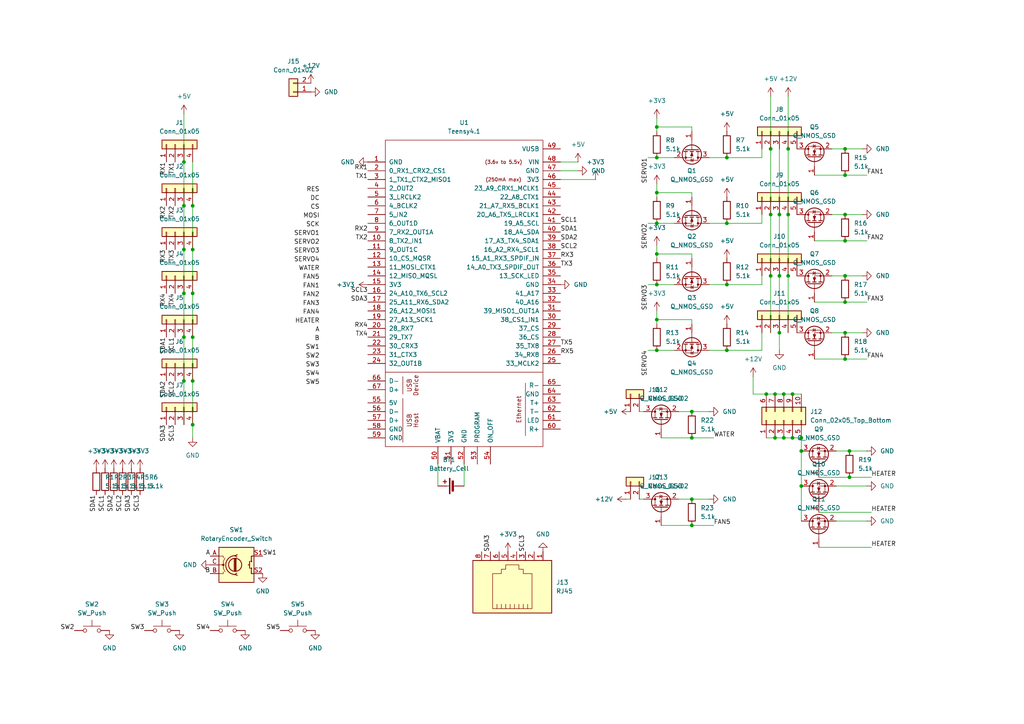
<source format=kicad_sch>
(kicad_sch (version 20231120) (generator "eeschema") (generator_version "8.0")
  (paper "A4")
  (junction (at 200.66 152.4))
  (junction (at 53.34 46.99))
  (junction (at 245.11 69.85))
  (junction (at 224.79 234.95))
  (junction (at 190.5 101.6))
  (junction (at 53.34 97.79))
  (junction (at 245.11 80.01))
  (junction (at 167.64 234.95))
  (junction (at 245.11 50.8))
  (junction (at 55.88 123.19))
  (junction (at 245.11 87.63))
  (junction (at 229.87 114.3))
  (junction (at 227.33 127))
  (junction (at 229.87 127))
  (junction (at 245.11 43.18))
  (junction (at 228.6 43.18))
  (junction (at 53.34 85.09))
  (junction (at 190.5 36.83))
  (junction (at 190.5 245.11))
  (junction (at 226.06 62.23))
  (junction (at 228.6 62.23))
  (junction (at 246.38 130.81))
  (junction (at 210.82 101.6))
  (junction (at 53.34 72.39))
  (junction (at 245.11 62.23))
  (junction (at 190.5 92.71))
  (junction (at 210.82 64.77))
  (junction (at 223.52 80.01))
  (junction (at 232.41 130.81))
  (junction (at 227.33 114.3))
  (junction (at 246.38 138.43))
  (junction (at 223.52 43.18))
  (junction (at 232.41 140.97))
  (junction (at 232.41 127))
  (junction (at 245.11 96.52))
  (junction (at 245.11 104.14))
  (junction (at 55.88 85.09))
  (junction (at 210.82 82.55))
  (junction (at 190.5 55.88))
  (junction (at 210.82 45.72))
  (junction (at 200.66 144.78))
  (junction (at 190.5 45.72))
  (junction (at 55.88 110.49))
  (junction (at 190.5 82.55))
  (junction (at 55.88 59.69))
  (junction (at 209.55 234.95))
  (junction (at 200.66 119.38))
  (junction (at 223.52 62.23))
  (junction (at 55.88 97.79))
  (junction (at 53.34 59.69))
  (junction (at 53.34 110.49))
  (junction (at 190.5 64.77))
  (junction (at 200.66 127))
  (junction (at 226.06 96.52))
  (junction (at 224.79 114.3))
  (junction (at 190.5 73.66))
  (junction (at 228.6 80.01))
  (junction (at 222.25 114.3))
  (junction (at 224.79 127))
  (junction (at 226.06 80.01))
  (junction (at 55.88 72.39))
  (wire (pts (xy 200.66 92.71) (xy 190.5 92.71)))
  (wire (pts (xy 228.6 43.18) (xy 228.6 62.23)))
  (wire (pts (xy 200.66 93.98) (xy 200.66 92.71)))
  (wire (pts (xy 67.31 232.41) (xy 69.85 232.41)))
  (wire (pts (xy 190.5 73.66) (xy 190.5 71.12)))
  (wire (pts (xy 134.62 134.62) (xy 134.62 140.97)))
  (wire (pts (xy 55.88 59.69) (xy 55.88 72.39)))
  (wire (pts (xy 53.34 72.39) (xy 53.34 85.09)))
  (wire (pts (xy 241.3 80.01) (xy 245.11 80.01)))
  (wire (pts (xy 223.52 62.23) (xy 223.52 80.01)))
  (wire (pts (xy 127 134.62) (xy 127 140.97)))
  (wire (pts (xy 226.06 80.01) (xy 226.06 96.52)))
  (wire (pts (xy 53.34 85.09) (xy 53.34 97.79)))
  (wire (pts (xy 190.5 92.71) (xy 190.5 90.17)))
  (wire (pts (xy 210.82 101.6) (xy 220.98 101.6)))
  (wire (pts (xy 185.42 119.38) (xy 186.69 119.38)))
  (wire (pts (xy 228.6 27.94) (xy 228.6 43.18)))
  (wire (pts (xy 69.85 250.19) (xy 69.85 255.27)))
  (wire (pts (xy 232.41 127) (xy 229.87 127)))
  (wire (pts (xy 191.77 152.4) (xy 200.66 152.4)))
  (wire (pts (xy 246.38 138.43) (xy 252.73 138.43)))
  (wire (pts (xy 200.66 36.83) (xy 190.5 36.83)))
  (wire (pts (xy 242.57 151.13) (xy 251.46 151.13)))
  (wire (pts (xy 242.57 130.81) (xy 246.38 130.81)))
  (wire (pts (xy 205.74 64.77) (xy 210.82 64.77)))
  (wire (pts (xy 162.56 46.99) (xy 167.64 46.99)))
  (wire (pts (xy 53.34 110.49) (xy 53.34 123.19)))
  (wire (pts (xy 245.11 80.01) (xy 250.19 80.01)))
  (wire (pts (xy 229.87 114.3) (xy 227.33 114.3)))
  (wire (pts (xy 227.33 114.3) (xy 224.79 114.3)))
  (wire (pts (xy 200.66 119.38) (xy 205.74 119.38)))
  (wire (pts (xy 237.49 148.59) (xy 252.73 148.59)))
  (wire (pts (xy 53.34 97.79) (xy 53.34 110.49)))
  (wire (pts (xy 200.66 144.78) (xy 205.74 144.78)))
  (wire (pts (xy 236.22 50.8) (xy 245.11 50.8)))
  (wire (pts (xy 205.74 82.55) (xy 210.82 82.55)))
  (wire (pts (xy 236.22 69.85) (xy 245.11 69.85)))
  (wire (pts (xy 187.96 101.6) (xy 190.5 101.6)))
  (wire (pts (xy 55.88 97.79) (xy 55.88 110.49)))
  (wire (pts (xy 220.98 96.52) (xy 220.98 101.6)))
  (wire (pts (xy 241.3 96.52) (xy 245.11 96.52)))
  (wire (pts (xy 55.88 123.19) (xy 55.88 127)))
  (wire (pts (xy 226.06 43.18) (xy 226.06 62.23)))
  (wire (pts (xy 19.05 260.35) (xy 26.67 260.35)))
  (wire (pts (xy 24.13 232.41) (xy 26.67 232.41)))
  (wire (pts (xy 245.11 43.18) (xy 250.19 43.18)))
  (wire (pts (xy 241.3 62.23) (xy 245.11 62.23)))
  (wire (pts (xy 190.5 45.72) (xy 195.58 45.72)))
  (wire (pts (xy 224.79 127) (xy 222.25 127)))
  (wire (pts (xy 246.38 130.81) (xy 251.46 130.81)))
  (wire (pts (xy 200.66 240.03) (xy 201.93 240.03)))
  (wire (pts (xy 245.11 87.63) (xy 251.46 87.63)))
  (wire (pts (xy 53.34 46.99) (xy 53.34 59.69)))
  (wire (pts (xy 220.98 62.23) (xy 220.98 64.77)))
  (wire (pts (xy 200.66 57.15) (xy 200.66 55.88)))
  (wire (pts (xy 232.41 114.3) (xy 229.87 114.3)))
  (wire (pts (xy 67.31 245.11) (xy 80.01 245.11)))
  (wire (pts (xy 24.13 224.79) (xy 26.67 224.79)))
  (wire (pts (xy 190.5 92.71) (xy 190.5 93.98)))
  (wire (pts (xy 210.82 64.77) (xy 220.98 64.77)))
  (wire (pts (xy 185.42 144.78) (xy 186.69 144.78)))
  (wire (pts (xy 245.11 96.52) (xy 250.19 96.52)))
  (wire (pts (xy 245.11 62.23) (xy 250.19 62.23)))
  (wire (pts (xy 220.98 45.72) (xy 220.98 43.18)))
  (wire (pts (xy 241.3 43.18) (xy 245.11 43.18)))
  (wire (pts (xy 196.85 144.78) (xy 200.66 144.78)))
  (wire (pts (xy 223.52 27.94) (xy 223.52 43.18)))
  (wire (pts (xy 187.96 64.77) (xy 190.5 64.77)))
  (wire (pts (xy 205.74 101.6) (xy 210.82 101.6)))
  (wire (pts (xy 55.88 85.09) (xy 55.88 97.79)))
  (wire (pts (xy 222.25 114.3) (xy 218.44 114.3)))
  (wire (pts (xy 245.11 69.85) (xy 251.46 69.85)))
  (wire (pts (xy 236.22 87.63) (xy 245.11 87.63)))
  (wire (pts (xy 218.44 109.22) (xy 218.44 114.3)))
  (wire (pts (xy 67.31 224.79) (xy 69.85 224.79)))
  (wire (pts (xy 190.5 73.66) (xy 190.5 74.93)))
  (wire (pts (xy 162.56 49.53) (xy 167.64 49.53)))
  (wire (pts (xy 200.66 234.95) (xy 209.55 234.95)))
  (wire (pts (xy 228.6 80.01) (xy 228.6 96.52)))
  (wire (pts (xy 55.88 46.99) (xy 55.88 59.69)))
  (wire (pts (xy 190.5 36.83) (xy 190.5 34.29)))
  (wire (pts (xy 190.5 101.6) (xy 195.58 101.6)))
  (wire (pts (xy 190.5 55.88) (xy 190.5 53.34)))
  (wire (pts (xy 69.85 250.19) (xy 67.31 250.19)))
  (wire (pts (xy 237.49 138.43) (xy 246.38 138.43)))
  (wire (pts (xy 180.34 240.03) (xy 180.34 245.11)))
  (wire (pts (xy 232.41 130.81) (xy 232.41 127)))
  (wire (pts (xy 187.96 82.55) (xy 190.5 82.55)))
  (wire (pts (xy 190.5 64.77) (xy 195.58 64.77)))
  (wire (pts (xy 53.34 59.69) (xy 53.34 72.39)))
  (wire (pts (xy 232.41 140.97) (xy 232.41 130.81)))
  (wire (pts (xy 53.34 33.02) (xy 53.34 46.99)))
  (wire (pts (xy 200.66 38.1) (xy 200.66 36.83)))
  (wire (pts (xy 226.06 96.52) (xy 226.06 101.6)))
  (wire (pts (xy 67.31 237.49) (xy 85.09 237.49)))
  (wire (pts (xy 228.6 62.23) (xy 228.6 80.01)))
  (wire (pts (xy 55.88 110.49) (xy 55.88 123.19)))
  (wire (pts (xy 222.25 234.95) (xy 224.79 234.95)))
  (wire (pts (xy 180.34 245.11) (xy 190.5 245.11)))
  (wire (pts (xy 181.61 144.78) (xy 182.88 144.78)))
  (wire (pts (xy 227.33 127) (xy 224.79 127)))
  (wire (pts (xy 223.52 43.18) (xy 223.52 62.23)))
  (wire (pts (xy 226.06 62.23) (xy 226.06 80.01)))
  (wire (pts (xy 210.82 45.72) (xy 220.98 45.72)))
  (wire (pts (xy 200.66 73.66) (xy 190.5 73.66)))
  (wire (pts (xy 236.22 104.14) (xy 245.11 104.14)))
  (wire (pts (xy 200.66 74.93) (xy 200.66 73.66)))
  (wire (pts (xy 223.52 80.01) (xy 223.52 96.52)))
  (wire (pts (xy 242.57 140.97) (xy 251.46 140.97)))
  (wire (pts (xy 200.66 152.4) (xy 207.01 152.4)))
  (wire (pts (xy 200.66 55.88) (xy 190.5 55.88)))
  (wire (pts (xy 232.41 151.13) (xy 232.41 140.97)))
  (wire (pts (xy 187.96 45.72) (xy 190.5 45.72)))
  (wire (pts (xy 237.49 158.75) (xy 252.73 158.75)))
  (wire (pts (xy 190.5 55.88) (xy 190.5 57.15)))
  (wire (pts (xy 210.82 82.55) (xy 220.98 82.55)))
  (wire (pts (xy 69.85 255.27) (xy 97.79 255.27)))
  (wire (pts (xy 229.87 127) (xy 227.33 127)))
  (wire (pts (xy 190.5 82.55) (xy 195.58 82.55)))
  (wire (pts (xy 190.5 36.83) (xy 190.5 38.1)))
  (wire (pts (xy 200.66 127) (xy 207.01 127)))
  (wire (pts (xy 191.77 127) (xy 200.66 127)))
  (wire (pts (xy 55.88 72.39) (xy 55.88 85.09)))
  (wire (pts (xy 162.56 52.07) (xy 172.72 52.07)))
  (wire (pts (xy 224.79 114.3) (xy 222.25 114.3)))
  (wire (pts (xy 19.05 250.19) (xy 26.67 250.19)))
  (wire (pts (xy 67.31 260.35) (xy 97.79 260.35)))
  (wire (pts (xy 245.11 50.8) (xy 251.46 50.8)))
  (wire (pts (xy 209.55 234.95) (xy 214.63 234.95)))
  (wire (pts (xy 196.85 119.38) (xy 200.66 119.38)))
  (wire (pts (xy 245.11 104.14) (xy 251.46 104.14)))
  (wire (pts (xy 205.74 45.72) (xy 210.82 45.72)))
  (wire (pts (xy 167.64 234.95) (xy 180.34 234.95)))
  (wire (pts (xy 220.98 80.01) (xy 220.98 82.55)))
  (label "HEATER" (at 252.73 158.75 0))
  (label "FAN1" (at 92.71 83.82 180))
  (label "CS" (at 172.72 267.97 90))
  (label "FAN4" (at 92.71 91.44 180))
  (label "B" (at 92.71 99.06 180))
  (label "TX2" (at 106.68 69.85 180))
  (label "FAN4" (at 251.46 104.14 0))
  (label "FAN3" (at 251.46 87.63 0))
  (label "SDA2" (at 33.02 143.51 270))
  (label "SW4" (at 92.71 109.22 180))
  (label "CS" (at 92.71 60.96 180))
  (label "RX4" (at 106.68 95.25 180))
  (label "SCL2" (at 35.56 143.51 270))
  (label "SCL3" (at 50.8 123.19 270))
  (label "SDA2" (at 162.56 69.85 0))
  (label "FAN5" (at 92.71 81.28 180))
  (label "SERVO3" (at 187.96 82.55 270))
  (label "SW2" (at 92.71 104.14 180))
  (label "SERVO4" (at 187.96 101.6 270))
  (label "SERVO2" (at 92.71 71.12 180))
  (label "SDA1" (at 48.26 97.79 270))
  (label "B" (at 60.96 166.37 180))
  (label "RX3" (at 48.26 72.39 270))
  (label "SCL2" (at 162.56 72.39 0))
  (label "TX4" (at 106.68 97.79 180))
  (label "FAN1" (at 251.46 50.8 0))
  (label "SDA3" (at 38.1 143.51 270))
  (label "RES" (at 177.8 267.97 90))
  (label "TX3" (at 162.56 77.47 0))
  (label "SERVO1" (at 187.96 45.72 270))
  (label "SW3" (at 41.91 182.88 180))
  (label "SCL3" (at 40.64 143.51 270))
  (label "SDA3" (at 48.26 123.19 270))
  (label "HEATER" (at 92.71 93.98 180))
  (label "HEATER" (at 252.73 138.43 0))
  (label "RX1" (at 48.26 46.99 270))
  (label "SDA3" (at 106.68 87.63 180))
  (label "TX5" (at 19.05 250.19 180))
  (label "SW5" (at 81.28 182.88 180))
  (label "SW5" (at 92.71 111.76 180))
  (label "RX5" (at 19.05 260.35 180))
  (label "TX1" (at 106.68 52.07 180))
  (label "DC" (at 92.71 58.42 180))
  (label "SDA1" (at 162.56 67.31 0))
  (label "SW1" (at 76.2 161.29 0))
  (label "SCL1" (at 162.56 64.77 0))
  (label "RX2" (at 48.26 59.69 270))
  (label "SCK" (at 92.71 66.04 180))
  (label "RX2" (at 106.68 67.31 180))
  (label "SERVO3" (at 92.71 73.66 180))
  (label "SW3" (at 92.71 106.68 180))
  (label "SW1" (at 92.71 101.6 180))
  (label "TX5" (at 162.56 100.33 0))
  (label "FAN5" (at 207.01 152.4 0))
  (label "SCL1" (at 30.48 143.51 270))
  (label "SERVO4" (at 92.71 76.2 180))
  (label "A" (at 60.96 161.29 180))
  (label "TX2" (at 50.8 59.69 270))
  (label "RX1" (at 106.68 49.53 180))
  (label "SW4" (at 60.96 182.88 180))
  (label "SCL3" (at 106.68 85.09 180))
  (label "RES" (at 92.71 55.88 180))
  (label "FAN2" (at 251.46 69.85 0))
  (label "HEATER" (at 252.73 148.59 0))
  (label "SCL2" (at 50.8 110.49 270))
  (label "SDA1" (at 27.94 143.51 270))
  (label "TX4" (at 50.8 85.09 270))
  (label "A" (at 92.71 96.52 180))
  (label "TX1" (at 50.8 46.99 270))
  (label "SCK" (at 175.26 280.67 270))
  (label "SCL3" (at 152.4 160.02 90))
  (label "TX3" (at 50.8 72.39 270))
  (label "FAN2" (at 92.71 86.36 180))
  (label "SERVO1" (at 92.71 68.58 180))
  (label "SDA3" (at 142.24 160.02 90))
  (label "RX4" (at 48.26 85.09 270))
  (label "SW2" (at 21.59 182.88 180))
  (label "SCL1" (at 50.8 97.79 270))
  (label "SERVO2" (at 187.96 64.77 270))
  (label "FAN3" (at 92.71 88.9 180))
  (label "MOSI" (at 92.71 63.5 180))
  (label "DC" (at 175.26 267.97 90))
  (label "RX5" (at 162.56 102.87 0))
  (label "RX3" (at 162.56 74.93 0))
  (label "WATER" (at 92.71 78.74 180))
  (label "WATER" (at 207.01 127 0))
  (label "SDA2" (at 48.26 110.49 270))
  (label "MOSI" (at 172.72 280.67 270))
  (symbol (lib_id "Device:C_Polarized") (at 167.64 238.76 0) (unit 1)
    (property "Reference" "C5" (at 171.45 236.6009 0) (effects (justify left)))
    (property "Value" "C_Polarized" (at 171.45 239.1409 0) (effects (justify left)))
    (property "Footprint" "Capacitor_SMD:CP_Elec_6.3x7.7" (effects (hide yes)))
    (property "Description" "Polarized capacitor" (effects (hide yes)))
  )
  (symbol (lib_id "power:+12V") (at 167.64 234.95 0) (unit 1)
    (property "Reference" "#PWR052" (effects (hide yes)))
    (property "Value" "+12V" (at 167.64 229.87 0))
    (property "Description" "Power symbol creates a global label with name \"+12V\"" (effects (hide yes)))
  )
  (symbol (lib_id "Connector_Generic:Conn_01x04") (at 50.8 118.11 90) (unit 1)
    (property "Reference" "J7" (at 52.07 111.76 90))
    (property "Value" "Conn_01x05" (at 52.07 114.3 90))
    (property "Footprint" "Connector_PinSocket_2.54mm:PinSocket_1x04_P2.54mm_Vertical" (effects (hide yes)))
    (property "Description" "Generic connector, single row, 01x04, script generated (kicad-library-utils/schlib/autogen/connector/)" (effects (hide yes)))
  )
  (symbol (lib_id "Connector_Generic:Conn_01x05") (at 226.06 57.15 90) (unit 1)
    (property "Reference" "J9" (at 226.06 50.8 90))
    (property "Value" "Conn_01x05" (at 226.06 53.34 90))
    (property "Footprint" "Connector_PinSocket_2.54mm:PinSocket_1x05_P2.54mm_Vertical" (effects (hide yes)))
    (property "Description" "Generic connector, single row, 01x05, script generated (kicad-library-utils/schlib/autogen/connector/)" (effects (hide yes)))
  )
  (symbol (lib_id "Device:RotaryEncoder_Switch") (at 68.58 163.83 0) (unit 1)
    (property "Reference" "SW1" (at 68.58 153.67 0))
    (property "Value" "RotaryEncoder_Switch" (at 68.58 156.21 0))
    (property "Footprint" "Rotary_Encoder:RotaryEncoder_Bourns_Vertical_PEC12R-3x17F-Sxxxx" (effects (hide yes)))
    (property "Description" "Rotary encoder, dual channel, incremental quadrate outputs, with switch" (effects (hide yes)))
  )
  (symbol (lib_id "Connector_Generic:Conn_01x04") (at 50.8 105.41 90) (unit 1)
    (property "Reference" "J6" (at 52.07 99.06 90))
    (property "Value" "Conn_01x05" (at 52.07 101.6 90))
    (property "Footprint" "Connector_PinSocket_2.54mm:PinSocket_1x04_P2.54mm_Vertical" (effects (hide yes)))
    (property "Description" "Generic connector, single row, 01x04, script generated (kicad-library-utils/schlib/autogen/connector/)" (effects (hide yes)))
  )
  (symbol (lib_id "power:GND") (at 209.55 242.57 0) (unit 1)
    (property "Reference" "#PWR050" (effects (hide yes)))
    (property "Value" "GND" (at 209.55 247.65 0))
    (property "Description" "Power symbol creates a global label with name \"GND\" , ground" (effects (hide yes)))
  )
  (symbol (lib_id "power:GND") (at 170.18 267.97 180) (unit 1)
    (property "Reference" "#PWR056" (effects (hide yes)))
    (property "Value" "GND" (at 170.18 262.89 0))
    (property "Description" "Power symbol creates a global label with name \"GND\" , ground" (effects (hide yes)))
  )
  (symbol (lib_id "power:GND") (at 55.88 127 0) (unit 1)
    (property "Reference" "#PWR01" (effects (hide yes)))
    (property "Value" "GND" (at 55.88 132.08 0))
    (property "Description" "Power symbol creates a global label with name \"GND\" , ground" (effects (hide yes)))
  )
  (symbol (lib_id "power:+5V") (at 224.79 234.95 0) (unit 1)
    (property "Reference" "#PWR046" (effects (hide yes)))
    (property "Value" "+5V" (at 224.79 229.87 0))
    (property "Description" "Power symbol creates a global label with name \"+5V\"" (effects (hide yes)))
  )
  (symbol (lib_id "Connector_Generic:Conn_02x05_Top_Bottom") (at 172.72 275.59 90) (unit 1)
    (property "Reference" "J18" (at 180.34 273.0499 90) (effects (justify right)))
    (property "Value" "Conn_02x05_Top_Bottom" (at 180.34 275.5899 90) (effects (justify right)))
    (property "Footprint" "Connector_PinHeader_2.54mm:PinHeader_2x05_P2.54mm_Vertical" (effects (hide yes)))
    (property "Description" "Generic connector, double row, 02x05, top/bottom pin numbering scheme (row 1: 1...pins_per_row, row2: pins_per_row+1 ... num_pins), script generated (kicad-library-utils/schlib/autogen/connector/)" (effects (hide yes)))
  )
  (symbol (lib_id "power:GND") (at 106.68 46.99 270) (unit 1)
    (property "Reference" "#PWR039" (effects (hide yes)))
    (property "Value" "GND" (at 102.87 46.9899 90) (effects (justify right)))
    (property "Description" "Power symbol creates a global label with name \"GND\" , ground" (effects (hide yes)))
  )
  (symbol (lib_id "power:GND") (at 157.48 160.02 180) (unit 1)
    (property "Reference" "#PWR015" (effects (hide yes)))
    (property "Value" "GND" (at 157.48 154.94 0))
    (property "Description" "Power symbol creates a global label with name \"GND\" , ground" (effects (hide yes)))
  )
  (symbol (lib_id "power:GND") (at 251.46 140.97 90) (unit 1)
    (property "Reference" "#PWR037" (effects (hide yes)))
    (property "Value" "GND" (at 255.27 140.9699 90) (effects (justify right)))
    (property "Description" "Power symbol creates a global label with name \"GND\" , ground" (effects (hide yes)))
  )
  (symbol (lib_id "Device:R") (at 245.11 66.04 0) (unit 1)
    (property "Reference" "R16" (at 247.65 64.7699 0) (effects (justify left)))
    (property "Value" "5.1k" (at 247.65 67.3099 0) (effects (justify left)))
    (property "Footprint" "Resistor_SMD:R_0603_1608Metric" (effects (hide yes)))
    (property "Description" "Resistor" (effects (hide yes)))
  )
  (symbol (lib_id "Device:R") (at 101.6 260.35 90) (unit 1)
    (property "Reference" "R20" (at 101.6 254 90))
    (property "Value" "R" (at 101.6 256.54 90))
    (property "Footprint" "Resistor_SMD:R_0603_1608Metric" (effects (hide yes)))
    (property "Description" "Resistor" (effects (hide yes)))
  )
  (symbol (lib_id "power:+3V3") (at 190.5 71.12 0) (unit 1)
    (property "Reference" "#PWR028" (effects (hide yes)))
    (property "Value" "+3V3" (at 190.5 66.04 0))
    (property "Description" "Power symbol creates a global label with name \"+3V3\"" (effects (hide yes)))
  )
  (symbol (lib_id "power:+3V3") (at 46.99 217.17 0) (unit 1)
    (property "Reference" "#PWR019" (effects (hide yes)))
    (property "Value" "+3V3" (at 46.99 212.09 0))
    (property "Description" "Power symbol creates a global label with name \"+3V3\"" (effects (hide yes)))
  )
  (symbol (lib_id "Device:R") (at 210.82 97.79 0) (unit 1)
    (property "Reference" "R14" (at 213.36 96.5199 0) (effects (justify left)))
    (property "Value" "5.1k" (at 213.36 99.0599 0) (effects (justify left)))
    (property "Footprint" "Resistor_SMD:R_0603_1608Metric" (effects (hide yes)))
    (property "Description" "Resistor" (effects (hide yes)))
  )
  (symbol (lib_id "power:+3V3") (at 40.64 135.89 0) (unit 1)
    (property "Reference" "#PWR011" (effects (hide yes)))
    (property "Value" "+3V3" (at 40.64 130.81 0))
    (property "Description" "Power symbol creates a global label with name \"+3V3\"" (effects (hide yes)))
  )
  (symbol (lib_id "Connector_Generic:Conn_01x05") (at 226.06 74.93 90) (unit 1)
    (property "Reference" "J10" (at 226.06 68.58 90))
    (property "Value" "Conn_01x05" (at 226.06 71.12 90))
    (property "Footprint" "Connector_PinSocket_2.54mm:PinSocket_1x05_P2.54mm_Vertical" (effects (hide yes)))
    (property "Description" "Generic connector, single row, 01x05, script generated (kicad-library-utils/schlib/autogen/connector/)" (effects (hide yes)))
  )
  (symbol (lib_id "power:+3V3") (at 35.56 135.89 0) (unit 1)
    (property "Reference" "#PWR09" (effects (hide yes)))
    (property "Value" "+3V3" (at 35.56 130.81 0))
    (property "Description" "Power symbol creates a global label with name \"+3V3\"" (effects (hide yes)))
  )
  (symbol (lib_id "Connector_Generic:Conn_01x02") (at 85.09 26.67 180) (unit 1)
    (property "Reference" "J15" (at 85.09 17.78 0))
    (property "Value" "Conn_01x02" (at 85.09 20.32 0))
    (property "Footprint" "Connector_AMASS:AMASS_XT60PW-M_1x02_P7.20mm_Horizontal" (effects (hide yes)))
    (property "Description" "Generic connector, single row, 01x02, script generated (kicad-library-utils/schlib/autogen/connector/)" (effects (hide yes)))
  )
  (symbol (lib_id "power:GND") (at 85.09 245.11 0) (unit 1)
    (property "Reference" "#PWR022" (effects (hide yes)))
    (property "Value" "GND" (at 85.09 250.19 0))
    (property "Description" "Power symbol creates a global label with name \"GND\" , ground" (effects (hide yes)))
  )
  (symbol (lib_id "power:+12V") (at 218.44 109.22 0) (unit 1)
    (property "Reference" "#PWR023" (effects (hide yes)))
    (property "Value" "+12V" (at 218.44 104.14 0))
    (property "Description" "Power symbol creates a global label with name \"+12V\"" (effects (hide yes)))
  )
  (symbol (lib_id "power:GND") (at 60.96 163.83 270) (unit 1)
    (property "Reference" "#PWR017" (effects (hide yes)))
    (property "Value" "GND" (at 57.15 163.8299 90) (effects (justify right)))
    (property "Description" "Power symbol creates a global label with name \"GND\" , ground" (effects (hide yes)))
  )
  (symbol (lib_id "power:GND") (at 46.99 278.13 0) (unit 1)
    (property "Reference" "#PWR020" (effects (hide yes)))
    (property "Value" "GND" (at 46.99 283.21 0))
    (property "Description" "Power symbol creates a global label with name \"GND\" , ground" (effects (hide yes)))
  )
  (symbol (lib_id "Connector_Generic:Conn_01x04") (at 50.8 92.71 90) (unit 1)
    (property "Reference" "J5" (at 52.07 86.36 90))
    (property "Value" "Conn_01x05" (at 52.07 88.9 90))
    (property "Footprint" "Connector_PinSocket_2.54mm:PinSocket_1x04_P2.54mm_Vertical" (effects (hide yes)))
    (property "Description" "Generic connector, single row, 01x04, script generated (kicad-library-utils/schlib/autogen/connector/)" (effects (hide yes)))
  )
  (symbol (lib_id "Switch:SW_Push") (at 86.36 182.88 0) (unit 1)
    (property "Reference" "SW5" (at 86.36 175.26 0))
    (property "Value" "SW_Push" (at 86.36 177.8 0))
    (property "Footprint" "Button_Switch_Keyboard:SW_Cherry_MX_1.00u_PCB" (effects (hide yes)))
    (property "Description" "Push button switch, generic, two pins" (effects (hide yes)))
  )
  (symbol (lib_id "power:GND") (at 167.64 242.57 0) (unit 1)
    (property "Reference" "#PWR048" (effects (hide yes)))
    (property "Value" "GND" (at 167.64 247.65 0))
    (property "Description" "Power symbol creates a global label with name \"GND\" , ground" (effects (hide yes)))
  )
  (symbol (lib_id "Device:D") (at 209.55 238.76 270) (unit 1)
    (property "Reference" "D1" (at 212.09 237.4899 90) (effects (justify left)))
    (property "Value" "D" (at 212.09 240.0299 90) (effects (justify left)))
    (property "Footprint" "Diode_SMD:D_SMA" (effects (hide yes)))
    (property "Description" "Diode" (effects (hide yes)))
    (property "Sim.Device" "D" (effects (hide yes)))
    (property "Sim.Pins" "1=K 2=A" (effects (hide yes)))
  )
  (symbol (lib_id "Device:R") (at 35.56 139.7 0) (unit 1)
    (property "Reference" "R4" (at 38.1 138.4299 0) (effects (justify left)))
    (property "Value" "5.1k" (at 38.1 140.9699 0) (effects (justify left)))
    (property "Footprint" "Resistor_SMD:R_0603_1608Metric" (effects (hide yes)))
    (property "Description" "Resistor" (effects (hide yes)))
  )
  (symbol (lib_id "Device:R") (at 190.5 78.74 0) (unit 1)
    (property "Reference" "R11" (at 193.04 77.4699 0) (effects (justify left)))
    (property "Value" "5.1k" (at 193.04 80.0099 0) (effects (justify left)))
    (property "Footprint" "Resistor_SMD:R_0603_1608Metric" (effects (hide yes)))
    (property "Description" "Resistor" (effects (hide yes)))
  )
  (symbol (lib_id "power:+5V") (at 167.64 46.99 0) (unit 1)
    (property "Reference" "#PWR013" (effects (hide yes)))
    (property "Value" "+5V" (at 167.64 41.91 0))
    (property "Description" "Power symbol creates a global label with name \"+5V\"" (effects (hide yes)))
  )
  (symbol (lib_id "Device:C") (at 69.85 228.6 0) (unit 1)
    (property "Reference" "C2" (at 73.66 227.3299 0) (effects (justify left)))
    (property "Value" "C" (at 73.66 229.8699 0) (effects (justify left)))
    (property "Footprint" "Capacitor_SMD:C_0603_1608Metric" (effects (hide yes)))
    (property "Description" "Unpolarized capacitor" (effects (hide yes)))
  )
  (symbol (lib_id "Device:R") (at 190.5 60.96 0) (unit 1)
    (property "Reference" "R9" (at 193.04 59.6899 0) (effects (justify left)))
    (property "Value" "5.1k" (at 193.04 62.2299 0) (effects (justify left)))
    (property "Footprint" "Resistor_SMD:R_0603_1608Metric" (effects (hide yes)))
    (property "Description" "Resistor" (effects (hide yes)))
  )
  (symbol (lib_id "Interface_UART:MAX3232") (at 46.99 247.65 0) (unit 1)
    (property "Reference" "U2" (at 49.1841 217.17 0) (effects (justify left)))
    (property "Value" "MAX3232" (at 49.1841 219.71 0) (effects (justify left)))
    (property "Footprint" "Package_SO:SOIC-16_3.9x9.9mm_P1.27mm" (effects (hide yes)))
    (property "Datasheet" "https://datasheets.maximintegrated.com/en/ds/MAX3222-MAX3241.pdf" (effects (hide yes)))
    (property "Description" "3.0V to 5.5V, Low-Power, up to 1Mbps, True RS-232 Transceivers Using Four 0.1μF External Capacitors" (effects (hide yes)))
  )
  (symbol (lib_id "Switch:SW_Push") (at 26.67 182.88 0) (unit 1)
    (property "Reference" "SW2" (at 26.67 175.26 0))
    (property "Value" "SW_Push" (at 26.67 177.8 0))
    (property "Footprint" "Button_Switch_Keyboard:SW_Cherry_MX_1.00u_PCB" (effects (hide yes)))
    (property "Description" "Push button switch, generic, two pins" (effects (hide yes)))
  )
  (symbol (lib_id "Connector_Generic:Conn_02x05_Top_Bottom") (at 227.33 121.92 90) (unit 1)
    (property "Reference" "J12" (at 234.95 119.3799 90) (effects (justify right)))
    (property "Value" "Conn_02x05_Top_Bottom" (at 234.95 121.9199 90) (effects (justify right)))
    (property "Footprint" "Connector_PinHeader_2.54mm:PinHeader_2x05_P2.54mm_Vertical" (effects (hide yes)))
    (property "Description" "Generic connector, double row, 02x05, top/bottom pin numbering scheme (row 1: 1...pins_per_row, row2: pins_per_row+1 ... num_pins), script generated (kicad-library-utils/schlib/autogen/connector/)" (effects (hide yes)))
  )
  (symbol (lib_id "Device:R") (at 246.38 134.62 0) (unit 1)
    (property "Reference" "R19" (at 248.92 133.3499 0) (effects (justify left)))
    (property "Value" "5.1k" (at 248.92 135.8899 0) (effects (justify left)))
    (property "Footprint" "Resistor_SMD:R_0603_1608Metric" (effects (hide yes)))
    (property "Description" "Resistor" (effects (hide yes)))
  )
  (symbol (lib_id "Device:Q_NMOS_GSD") (at 236.22 45.72 90) (unit 1)
    (property "Reference" "Q5" (at 236.22 36.83 90))
    (property "Value" "Q_NMOS_GSD" (at 236.22 39.37 90))
    (property "Footprint" "Package_TO_SOT_SMD:SOT-23" (effects (hide yes)))
    (property "Description" "N-MOSFET transistor, gate/source/drain" (effects (hide yes)))
  )
  (symbol (lib_id "power:GND") (at 52.07 182.88 0) (unit 1)
    (property "Reference" "#PWR060" (effects (hide yes)))
    (property "Value" "GND" (at 52.07 187.96 0))
    (property "Description" "Power symbol creates a global label with name \"GND\" , ground" (effects (hide yes)))
  )
  (symbol (lib_id "Connector:RJ45") (at 149.86 170.18 90) (unit 1)
    (property "Reference" "J13" (at 161.29 168.9099 90) (effects (justify right)))
    (property "Value" "RJ45" (at 161.29 171.4499 90) (effects (justify right)))
    (property "Footprint" "Connector_RJ:RJ45_Amphenol_54602-x08_Horizontal" (effects (hide yes)))
    (property "Description" "RJ connector, 8P8C (8 positions 8 connected)" (effects (hide yes)))
  )
  (symbol (lib_id "power:GND") (at 224.79 242.57 0) (unit 1)
    (property "Reference" "#PWR051" (effects (hide yes)))
    (property "Value" "GND" (at 224.79 247.65 0))
    (property "Description" "Power symbol creates a global label with name \"GND\" , ground" (effects (hide yes)))
  )
  (symbol (lib_id "power:+3V3") (at 190.5 34.29 0) (unit 1)
    (property "Reference" "#PWR024" (effects (hide yes)))
    (property "Value" "+3V3" (at 190.5 29.21 0))
    (property "Description" "Power symbol creates a global label with name \"+3V3\"" (effects (hide yes)))
  )
  (symbol (lib_id "power:+5V") (at 210.82 93.98 0) (unit 1)
    (property "Reference" "#PWR031" (effects (hide yes)))
    (property "Value" "+5V" (at 210.82 88.9 0))
    (property "Description" "Power symbol creates a global label with name \"+5V\"" (effects (hide yes)))
  )
  (symbol (lib_id "Device:R") (at 245.11 46.99 0) (unit 1)
    (property "Reference" "R15" (at 247.65 45.7199 0) (effects (justify left)))
    (property "Value" "5.1k" (at 247.65 48.2599 0) (effects (justify left)))
    (property "Footprint" "Resistor_SMD:R_0603_1608Metric" (effects (hide yes)))
    (property "Description" "Resistor" (effects (hide yes)))
  )
  (symbol (lib_id "power:+12V") (at 90.17 24.13 0) (unit 1)
    (property "Reference" "#PWR053" (effects (hide yes)))
    (property "Value" "+12V" (at 90.17 19.05 0))
    (property "Description" "Power symbol creates a global label with name \"+12V\"" (effects (hide yes)))
  )
  (symbol (lib_id "Connector_Generic:Conn_01x04") (at 50.8 67.31 90) (unit 1)
    (property "Reference" "J3" (at 52.07 60.96 90))
    (property "Value" "Conn_01x05" (at 52.07 63.5 90))
    (property "Footprint" "Connector_PinSocket_2.54mm:PinSocket_1x04_P2.54mm_Vertical" (effects (hide yes)))
    (property "Description" "Generic connector, single row, 01x04, script generated (kicad-library-utils/schlib/autogen/connector/)" (effects (hide yes)))
  )
  (symbol (lib_id "power:GND") (at 251.46 130.81 90) (unit 1)
    (property "Reference" "#PWR036" (effects (hide yes)))
    (property "Value" "GND" (at 255.27 130.8099 90) (effects (justify right)))
    (property "Description" "Power symbol creates a global label with name \"GND\" , ground" (effects (hide yes)))
  )
  (symbol (lib_id "Connector_Generic:Conn_01x04") (at 50.8 41.91 90) (unit 1)
    (property "Reference" "J1" (at 52.07 35.56 90))
    (property "Value" "Conn_01x05" (at 52.07 38.1 90))
    (property "Footprint" "Connector_PinSocket_2.54mm:PinSocket_1x04_P2.54mm_Vertical" (effects (hide yes)))
    (property "Description" "Generic connector, single row, 01x04, script generated (kicad-library-utils/schlib/autogen/connector/)" (effects (hide yes)))
  )
  (symbol (lib_id "Connector:DE9_Plug") (at 113.03 255.27 0) (unit 1)
    (property "Reference" "J14" (at 118.11 253.9999 0) (effects (justify left)))
    (property "Value" "DE9_Plug" (at 118.11 256.5399 0) (effects (justify left)))
    (property "Footprint" "Connector_Dsub:DSUB-9_Female_Vertical_P2.77x2.84mm" (effects (hide yes)))
    (property "Datasheet" " ~" (effects (hide yes)))
    (property "Description" "9-pin male plug pin D-SUB connector" (effects (hide yes)))
  )
  (symbol (lib_id "Device:L") (at 218.44 234.95 90) (unit 1)
    (property "Reference" "L1" (at 218.44 229.87 90))
    (property "Value" "L" (at 218.44 232.41 90))
    (property "Footprint" "Inductor_SMD:L_7.3x7.3_H3.5" (effects (hide yes)))
    (property "Description" "Inductor" (effects (hide yes)))
  )
  (symbol (lib_id "Connector_Generic:Conn_01x05") (at 226.06 91.44 90) (unit 1)
    (property "Reference" "J11" (at 226.06 85.09 90))
    (property "Value" "Conn_01x05" (at 226.06 87.63 90))
    (property "Footprint" "Connector_PinSocket_2.54mm:PinSocket_1x05_P2.54mm_Vertical" (effects (hide yes)))
    (property "Description" "Generic connector, single row, 01x05, script generated (kicad-library-utils/schlib/autogen/connector/)" (effects (hide yes)))
  )
  (symbol (lib_id "Device:R") (at 210.82 60.96 0) (unit 1)
    (property "Reference" "R10" (at 213.36 59.6899 0) (effects (justify left)))
    (property "Value" "5.1k" (at 213.36 62.2299 0) (effects (justify left)))
    (property "Footprint" "Resistor_SMD:R_0603_1608Metric" (effects (hide yes)))
    (property "Description" "Resistor" (effects (hide yes)))
  )
  (symbol (lib_id "Device:Q_NMOS_GSD") (at 200.66 62.23 270) (unit 1)
    (property "Reference" "Q2" (at 200.66 68.58 90))
    (property "Value" "Q_NMOS_GSD" (at 200.66 71.12 90))
    (property "Footprint" "Package_TO_SOT_SMD:SOT-23" (effects (hide yes)))
    (property "Description" "N-MOSFET transistor, gate/source/drain" (effects (hide yes)))
  )
  (symbol (lib_id "power:GND") (at 167.64 49.53 90) (unit 1)
    (property "Reference" "#PWR014" (effects (hide yes)))
    (property "Value" "GND" (at 171.45 49.5299 90) (effects (justify right)))
    (property "Description" "Power symbol creates a global label with name \"GND\" , ground" (effects (hide yes)))
  )
  (symbol (lib_id "power:GND") (at 250.19 43.18 90) (unit 1)
    (property "Reference" "#PWR032" (effects (hide yes)))
    (property "Value" "GND" (at 254 43.1799 90) (effects (justify right)))
    (property "Description" "Power symbol creates a global label with name \"GND\" , ground" (effects (hide yes)))
  )
  (symbol (lib_id "Device:R") (at 210.82 78.74 0) (unit 1)
    (property "Reference" "R12" (at 213.36 77.4699 0) (effects (justify left)))
    (property "Value" "5.1k" (at 213.36 80.0099 0) (effects (justify left)))
    (property "Footprint" "Resistor_SMD:R_0603_1608Metric" (effects (hide yes)))
    (property "Description" "Resistor" (effects (hide yes)))
  )
  (symbol (lib_id "power:GND") (at 190.5 245.11 0) (unit 1)
    (property "Reference" "#PWR049" (effects (hide yes)))
    (property "Value" "GND" (at 190.5 250.19 0))
    (property "Description" "Power symbol creates a global label with name \"GND\" , ground" (effects (hide yes)))
  )
  (symbol (lib_id "power:+5V") (at 167.64 267.97 0) (unit 1)
    (property "Reference" "#PWR057" (effects (hide yes)))
    (property "Value" "+5V" (at 167.64 262.89 0))
    (property "Description" "Power symbol creates a global label with name \"+5V\"" (effects (hide yes)))
  )
  (symbol (lib_id "Device:C") (at 85.09 241.3 0) (unit 1)
    (property "Reference" "C4" (at 88.9 240.0299 0) (effects (justify left)))
    (property "Value" "C" (at 88.9 242.5699 0) (effects (justify left)))
    (property "Footprint" "Capacitor_SMD:C_0603_1608Metric" (effects (hide yes)))
    (property "Description" "Unpolarized capacitor" (effects (hide yes)))
  )
  (symbol (lib_id "Device:Q_NMOS_GSD") (at 191.77 147.32 90) (unit 1)
    (property "Reference" "Q13" (at 191.77 138.43 90))
    (property "Value" "Q_NMOS_GSD" (at 191.77 140.97 90))
    (property "Footprint" "Package_TO_SOT_SMD:SOT-23" (effects (hide yes)))
    (property "Description" "N-MOSFET transistor, gate/source/drain" (effects (hide yes)))
  )
  (symbol (lib_id "power:GND") (at 71.12 182.88 0) (unit 1)
    (property "Reference" "#PWR061" (effects (hide yes)))
    (property "Value" "GND" (at 71.12 187.96 0))
    (property "Description" "Power symbol creates a global label with name \"GND\" , ground" (effects (hide yes)))
  )
  (symbol (lib_id "power:+12V") (at 228.6 27.94 0) (unit 1)
    (property "Reference" "#PWR05" (effects (hide yes)))
    (property "Value" "+12V" (at 228.6 22.86 0))
    (property "Description" "Power symbol creates a global label with name \"+12V\"" (effects (hide yes)))
  )
  (symbol (lib_id "Switch:SW_Push") (at 46.99 182.88 0) (unit 1)
    (property "Reference" "SW3" (at 46.99 175.26 0))
    (property "Value" "SW_Push" (at 46.99 177.8 0))
    (property "Footprint" "Button_Switch_Keyboard:SW_Cherry_MX_1.00u_PCB" (effects (hide yes)))
    (property "Description" "Push button switch, generic, two pins" (effects (hide yes)))
  )
  (symbol (lib_id "Device:C") (at 24.13 228.6 0) (unit 1)
    (property "Reference" "C1" (at 27.94 227.3299 0) (effects (justify left)))
    (property "Value" "C" (at 27.94 229.8699 0) (effects (justify left)))
    (property "Footprint" "Capacitor_SMD:C_0603_1608Metric" (effects (hide yes)))
    (property "Description" "Unpolarized capacitor" (effects (hide yes)))
  )
  (symbol (lib_id "Device:R") (at 190.5 97.79 0) (unit 1)
    (property "Reference" "R13" (at 193.04 96.5199 0) (effects (justify left)))
    (property "Value" "5.1k" (at 193.04 99.0599 0) (effects (justify left)))
    (property "Footprint" "Resistor_SMD:R_0603_1608Metric" (effects (hide yes)))
    (property "Description" "Resistor" (effects (hide yes)))
  )
  (symbol (lib_id "Device:Q_NMOS_GSD") (at 191.77 121.92 90) (unit 1)
    (property "Reference" "Q12" (at 191.77 113.03 90))
    (property "Value" "Q_NMOS_GSD" (at 191.77 115.57 90))
    (property "Footprint" "Package_TO_SOT_SMD:SOT-23" (effects (hide yes)))
    (property "Description" "N-MOSFET transistor, gate/source/drain" (effects (hide yes)))
  )
  (symbol (lib_id "Device:C_Polarized") (at 224.79 238.76 0) (unit 1)
    (property "Reference" "C6" (at 228.6 236.6009 0) (effects (justify left)))
    (property "Value" "C_Polarized" (at 228.6 239.1409 0) (effects (justify left)))
    (property "Footprint" "Capacitor_SMD:CP_Elec_6.3x7.7" (effects (hide yes)))
    (property "Description" "Polarized capacitor" (effects (hide yes)))
  )
  (symbol (lib_id "Device:Q_NMOS_GSD") (at 200.66 80.01 270) (unit 1)
    (property "Reference" "Q3" (at 200.66 86.36 90))
    (property "Value" "Q_NMOS_GSD" (at 200.66 88.9 90))
    (property "Footprint" "Package_TO_SOT_SMD:SOT-23" (effects (hide yes)))
    (property "Description" "N-MOSFET transistor, gate/source/drain" (effects (hide yes)))
  )
  (symbol (lib_id "power:GND") (at 31.75 182.88 0) (unit 1)
    (property "Reference" "#PWR059" (effects (hide yes)))
    (property "Value" "GND" (at 31.75 187.96 0))
    (property "Description" "Power symbol creates a global label with name \"GND\" , ground" (effects (hide yes)))
  )
  (symbol (lib_id "power:+3V3") (at 33.02 135.89 0) (unit 1)
    (property "Reference" "#PWR08" (effects (hide yes)))
    (property "Value" "+3V3" (at 33.02 130.81 0))
    (property "Description" "Power symbol creates a global label with name \"+3V3\"" (effects (hide yes)))
  )
  (symbol (lib_id "Device:R") (at 101.6 255.27 90) (unit 1)
    (property "Reference" "R21" (at 101.6 248.92 90))
    (property "Value" "R" (at 101.6 251.46 90))
    (property "Footprint" "Resistor_SMD:R_0603_1608Metric" (effects (hide yes)))
    (property "Description" "Resistor" (effects (hide yes)))
  )
  (symbol (lib_id "power:GND") (at 162.56 82.55 90) (unit 1)
    (property "Reference" "#PWR040" (effects (hide yes)))
    (property "Value" "GND" (at 166.37 82.5499 90) (effects (justify right)))
    (property "Description" "Power symbol creates a global label with name \"GND\" , ground" (effects (hide yes)))
  )
  (symbol (lib_id "Device:R") (at 33.02 139.7 0) (unit 1)
    (property "Reference" "R3" (at 35.56 138.4299 0) (effects (justify left)))
    (property "Value" "5.1k" (at 35.56 140.9699 0) (effects (justify left)))
    (property "Footprint" "Resistor_SMD:R_0603_1608Metric" (effects (hide yes)))
    (property "Description" "Resistor" (effects (hide yes)))
  )
  (symbol (lib_id "Device:Q_NMOS_GSD") (at 236.22 99.06 90) (unit 1)
    (property "Reference" "Q8" (at 236.22 90.17 90))
    (property "Value" "Q_NMOS_GSD" (at 236.22 92.71 90))
    (property "Footprint" "Package_TO_SOT_SMD:SOT-23" (effects (hide yes)))
    (property "Description" "N-MOSFET transistor, gate/source/drain" (effects (hide yes)))
  )
  (symbol (lib_id "Device:Q_NMOS_GSD") (at 237.49 133.35 90) (unit 1)
    (property "Reference" "Q9" (at 237.49 124.46 90))
    (property "Value" "Q_NMOS_GSD" (at 237.49 127 90))
    (property "Footprint" "Package_TO_SOT_SMD:SOT-23" (effects (hide yes)))
    (property "Description" "N-MOSFET transistor, gate/source/drain" (effects (hide yes)))
  )
  (symbol (lib_id "power:+5V") (at 223.52 27.94 0) (unit 1)
    (property "Reference" "#PWR04" (effects (hide yes)))
    (property "Value" "+5V" (at 223.52 22.86 0))
    (property "Description" "Power symbol creates a global label with name \"+5V\"" (effects (hide yes)))
  )
  (symbol (lib_id "Device:Q_NMOS_GSD") (at 236.22 64.77 90) (unit 1)
    (property "Reference" "Q6" (at 236.22 55.88 90))
    (property "Value" "Q_NMOS_GSD" (at 236.22 58.42 90))
    (property "Footprint" "Package_TO_SOT_SMD:SOT-23" (effects (hide yes)))
    (property "Description" "N-MOSFET transistor, gate/source/drain" (effects (hide yes)))
  )
  (symbol (lib_id "power:+3V3") (at 190.5 90.17 0) (unit 1)
    (property "Reference" "#PWR030" (effects (hide yes)))
    (property "Value" "+3V3" (at 190.5 85.09 0))
    (property "Description" "Power symbol creates a global label with name \"+3V3\"" (effects (hide yes)))
  )
  (symbol (lib_id "Connector_Generic:Conn_01x04") (at 50.8 54.61 90) (unit 1)
    (property "Reference" "J2" (at 52.07 48.26 90))
    (property "Value" "Conn_01x05" (at 52.07 50.8 90))
    (property "Footprint" "Connector_PinSocket_2.54mm:PinSocket_1x04_P2.54mm_Vertical" (effects (hide yes)))
    (property "Description" "Generic connector, single row, 01x04, script generated (kicad-library-utils/schlib/autogen/connector/)" (effects (hide yes)))
  )
  (symbol (lib_id "power:GND") (at 251.46 151.13 90) (unit 1)
    (property "Reference" "#PWR038" (effects (hide yes)))
    (property "Value" "GND" (at 255.27 151.1299 90) (effects (justify right)))
    (property "Description" "Power symbol creates a global label with name \"GND\" , ground" (effects (hide yes)))
  )
  (symbol (lib_id "Device:R") (at 245.11 100.33 0) (unit 1)
    (property "Reference" "R18" (at 247.65 99.0599 0) (effects (justify left)))
    (property "Value" "5.1k" (at 247.65 101.5999 0) (effects (justify left)))
    (property "Footprint" "Resistor_SMD:R_0603_1608Metric" (effects (hide yes)))
    (property "Description" "Resistor" (effects (hide yes)))
  )
  (symbol (lib_id "power:+3V3") (at 27.94 135.89 0) (unit 1)
    (property "Reference" "#PWR06" (effects (hide yes)))
    (property "Value" "+3V3" (at 27.94 130.81 0))
    (property "Description" "Power symbol creates a global label with name \"+3V3\"" (effects (hide yes)))
  )
  (symbol (lib_id "Connector_Generic:Conn_01x04") (at 50.8 80.01 90) (unit 1)
    (property "Reference" "J4" (at 52.07 73.66 90))
    (property "Value" "Conn_01x05" (at 52.07 76.2 90))
    (property "Footprint" "Connector_PinSocket_2.54mm:PinSocket_1x04_P2.54mm_Vertical" (effects (hide yes)))
    (property "Description" "Generic connector, single row, 01x04, script generated (kicad-library-utils/schlib/autogen/connector/)" (effects (hide yes)))
  )
  (symbol (lib_id "power:+5V") (at 167.64 280.67 180) (unit 1)
    (property "Reference" "#PWR058" (effects (hide yes)))
    (property "Value" "+5V" (at 167.64 285.75 0))
    (property "Description" "Power symbol creates a global label with name \"+5V\"" (effects (hide yes)))
  )
  (symbol (lib_id "power:+3V3") (at 172.72 52.07 0) (unit 1)
    (property "Reference" "#PWR012" (effects (hide yes)))
    (property "Value" "+3V3" (at 172.72 46.99 0))
    (property "Description" "Power symbol creates a global label with name \"+3V3\"" (effects (hide yes)))
  )
  (symbol (lib_id "Device:R") (at 38.1 139.7 0) (unit 1)
    (property "Reference" "R5" (at 40.64 138.4299 0) (effects (justify left)))
    (property "Value" "5.1k" (at 40.64 140.9699 0) (effects (justify left)))
    (property "Footprint" "Resistor_SMD:R_0603_1608Metric" (effects (hide yes)))
    (property "Description" "Resistor" (effects (hide yes)))
  )
  (symbol (lib_id "power:GND") (at 91.44 182.88 0) (unit 1)
    (property "Reference" "#PWR062" (effects (hide yes)))
    (property "Value" "GND" (at 91.44 187.96 0))
    (property "Description" "Power symbol creates a global label with name \"GND\" , ground" (effects (hide yes)))
  )
  (symbol (lib_id "teensy:Teensy4.1") (at 134.62 101.6 0) (unit 1)
    (property "Reference" "U1" (at 134.62 35.56 0))
    (property "Value" "Teensy4.1" (at 134.62 38.1 0))
    (property "Footprint" "teensy:Teensy41" (effects (hide yes)))
  )
  (symbol (lib_id "Device:R") (at 30.48 139.7 0) (unit 1)
    (property "Reference" "R2" (at 33.02 138.4299 0) (effects (justify left)))
    (property "Value" "5.1k" (at 33.02 140.9699 0) (effects (justify left)))
    (property "Footprint" "Resistor_SMD:R_0603_1608Metric" (effects (hide yes)))
    (property "Description" "Resistor" (effects (hide yes)))
  )
  (symbol (lib_id "Connector_Generic:Conn_01x02") (at 182.88 139.7 90) (unit 1)
    (property "Reference" "J17" (at 187.96 138.4299 90) (effects (justify right)))
    (property "Value" "Conn_01x02" (at 187.96 140.9699 90) (effects (justify right)))
    (property "Footprint" "Connector_PinSocket_2.54mm:PinSocket_1x02_P2.54mm_Vertical" (effects (hide yes)))
    (property "Description" "Generic connector, single row, 01x02, script generated (kicad-library-utils/schlib/autogen/connector/)" (effects (hide yes)))
  )
  (symbol (lib_id "power:+5V") (at 210.82 57.15 0) (unit 1)
    (property "Reference" "#PWR027" (effects (hide yes)))
    (property "Value" "+5V" (at 210.82 52.07 0))
    (property "Description" "Power symbol creates a global label with name \"+5V\"" (effects (hide yes)))
  )
  (symbol (lib_id "power:+12V") (at 181.61 144.78 90) (unit 1)
    (property "Reference" "#PWR045" (effects (hide yes)))
    (property "Value" "+12V" (at 177.8 144.7799 90) (effects (justify left)))
    (property "Description" "Power symbol creates a global label with name \"+12V\"" (effects (hide yes)))
  )
  (symbol (lib_id "power:GND") (at 250.19 62.23 90) (unit 1)
    (property "Reference" "#PWR033" (effects (hide yes)))
    (property "Value" "GND" (at 254 62.2299 90) (effects (justify right)))
    (property "Description" "Power symbol creates a global label with name \"GND\" , ground" (effects (hide yes)))
  )
  (symbol (lib_id "power:GND") (at 250.19 80.01 90) (unit 1)
    (property "Reference" "#PWR034" (effects (hide yes)))
    (property "Value" "GND" (at 254 80.0099 90) (effects (justify right)))
    (property "Description" "Power symbol creates a global label with name \"GND\" , ground" (effects (hide yes)))
  )
  (symbol (lib_id "Device:C") (at 80.01 248.92 0) (unit 1)
    (property "Reference" "C3" (at 83.82 247.6499 0) (effects (justify left)))
    (property "Value" "C" (at 83.82 250.1899 0) (effects (justify left)))
    (property "Footprint" "Capacitor_SMD:C_0603_1608Metric" (effects (hide yes)))
    (property "Description" "Unpolarized capacitor" (effects (hide yes)))
  )
  (symbol (lib_id "power:+5V") (at 210.82 74.93 0) (unit 1)
    (property "Reference" "#PWR029" (effects (hide yes)))
    (property "Value" "+5V" (at 210.82 69.85 0))
    (property "Description" "Power symbol creates a global label with name \"+5V\"" (effects (hide yes)))
  )
  (symbol (lib_id "power:GND") (at 250.19 96.52 90) (unit 1)
    (property "Reference" "#PWR035" (effects (hide yes)))
    (property "Value" "GND" (at 254 96.5199 90) (effects (justify right)))
    (property "Description" "Power symbol creates a global label with name \"GND\" , ground" (effects (hide yes)))
  )
  (symbol (lib_id "Device:R") (at 40.64 139.7 0) (unit 1)
    (property "Reference" "R6" (at 43.18 138.4299 0) (effects (justify left)))
    (property "Value" "5.1k" (at 43.18 140.9699 0) (effects (justify left)))
    (property "Footprint" "Resistor_SMD:R_0603_1608Metric" (effects (hide yes)))
    (property "Description" "Resistor" (effects (hide yes)))
  )
  (symbol (lib_id "power:+5V") (at 53.34 33.02 0) (unit 1)
    (property "Reference" "#PWR03" (effects (hide yes)))
    (property "Value" "+5V" (at 53.34 27.94 0))
    (property "Description" "Power symbol creates a global label with name \"+5V\"" (effects (hide yes)))
  )
  (symbol (lib_id "Device:Q_NMOS_GSD") (at 200.66 43.18 270) (unit 1)
    (property "Reference" "Q1" (at 200.66 49.53 90))
    (property "Value" "Q_NMOS_GSD" (at 200.66 52.07 90))
    (property "Footprint" "Package_TO_SOT_SMD:SOT-23" (effects (hide yes)))
    (property "Description" "N-MOSFET transistor, gate/source/drain" (effects (hide yes)))
  )
  (symbol (lib_id "Device:Q_NMOS_GSD") (at 200.66 99.06 270) (unit 1)
    (property "Reference" "Q4" (at 200.66 105.41 90))
    (property "Value" "Q_NMOS_GSD" (at 200.66 107.95 90))
    (property "Footprint" "Package_TO_SOT_SMD:SOT-23" (effects (hide yes)))
    (property "Description" "N-MOSFET transistor, gate/source/drain" (effects (hide yes)))
  )
  (symbol (lib_id "power:GND") (at 205.74 119.38 90) (unit 1)
    (property "Reference" "#PWR043" (effects (hide yes)))
    (property "Value" "GND" (at 209.55 119.3799 90) (effects (justify right)))
    (property "Description" "Power symbol creates a global label with name \"GND\" , ground" (effects (hide yes)))
  )
  (symbol (lib_id "power:GND") (at 76.2 166.37 0) (unit 1)
    (property "Reference" "#PWR018" (effects (hide yes)))
    (property "Value" "GND" (at 76.2 171.45 0))
    (property "Description" "Power symbol creates a global label with name \"GND\" , ground" (effects (hide yes)))
  )
  (symbol (lib_id "Switch:SW_Push") (at 66.04 182.88 0) (unit 1)
    (property "Reference" "SW4" (at 66.04 175.26 0))
    (property "Value" "SW_Push" (at 66.04 177.8 0))
    (property "Footprint" "Button_Switch_Keyboard:SW_Cherry_MX_1.00u_PCB" (effects (hide yes)))
    (property "Description" "Push button switch, generic, two pins" (effects (hide yes)))
  )
  (symbol (lib_id "Device:Q_NMOS_GSD") (at 237.49 153.67 90) (unit 1)
    (property "Reference" "Q11" (at 237.49 144.78 90))
    (property "Value" "Q_NMOS_GSD" (at 237.49 147.32 90))
    (property "Footprint" "Package_TO_SOT_SMD:SOT-23" (effects (hide yes)))
    (property "Description" "N-MOSFET transistor, gate/source/drain" (effects (hide yes)))
  )
  (symbol (lib_id "power:+3V3") (at 38.1 135.89 0) (unit 1)
    (property "Reference" "#PWR010" (effects (hide yes)))
    (property "Value" "+3V3" (at 38.1 130.81 0))
    (property "Description" "Power symbol creates a global label with name \"+3V3\"" (effects (hide yes)))
  )
  (symbol (lib_id "power:+3V3") (at 147.32 160.02 0) (unit 1)
    (property "Reference" "#PWR016" (effects (hide yes)))
    (property "Value" "+3V3" (at 147.32 154.94 0))
    (property "Description" "Power symbol creates a global label with name \"+3V3\"" (effects (hide yes)))
  )
  (symbol (lib_id "power:GND") (at 205.74 144.78 90) (unit 1)
    (property "Reference" "#PWR044" (effects (hide yes)))
    (property "Value" "GND" (at 209.55 144.7799 90) (effects (justify right)))
    (property "Description" "Power symbol creates a global label with name \"GND\" , ground" (effects (hide yes)))
  )
  (symbol (lib_id "Device:R") (at 210.82 41.91 0) (unit 1)
    (property "Reference" "R7" (at 213.36 40.6399 0) (effects (justify left)))
    (property "Value" "5.1k" (at 213.36 43.1799 0) (effects (justify left)))
    (property "Footprint" "Resistor_SMD:R_0603_1608Metric" (effects (hide yes)))
    (property "Description" "Resistor" (effects (hide yes)))
  )
  (symbol (lib_id "power:+3V3") (at 106.68 82.55 90) (unit 1)
    (property "Reference" "#PWR041" (effects (hide yes)))
    (property "Value" "+3V3" (at 102.87 82.5499 90) (effects (justify left)))
    (property "Description" "Power symbol creates a global label with name \"+3V3\"" (effects (hide yes)))
  )
  (symbol (lib_id "power:+5V") (at 210.82 38.1 0) (unit 1)
    (property "Reference" "#PWR025" (effects (hide yes)))
    (property "Value" "+5V" (at 210.82 33.02 0))
    (property "Description" "Power symbol creates a global label with name \"+5V\"" (effects (hide yes)))
  )
  (symbol (lib_id "Device:Battery_Cell") (at 132.08 140.97 90) (unit 1)
    (property "Reference" "BT1" (at 130.2385 133.35 90))
    (property "Value" "Battery_Cell" (at 130.2385 135.89 90))
    (property "Footprint" "Battery:BatteryHolder_ComfortableElectronic_CH273-2450_1x2450" (effects (hide yes)))
    (property "Description" "Single-cell battery" (effects (hide yes)))
  )
  (symbol (lib_id "Regulator_Switching:XL1509-5.0") (at 190.5 237.49 0) (unit 1)
    (property "Reference" "U3" (at 190.5 227.33 0))
    (property "Value" "XL1509-5.0" (at 190.5 229.87 0))
    (property "Footprint" "Package_SO:SOIC-8_3.9x4.9mm_P1.27mm" (effects (hide yes)))
    (property "Datasheet" "https://datasheet.lcsc.com/lcsc/1809050422_XLSEMI-XL1509-5-0E1_C61063.pdf" (effects (hide yes)))
    (property "Description" "Buck DC/DC Converter, 2A, 5V Output Voltage, 7-40V Input Voltage" (effects (hide yes)))
  )
  (symbol (lib_id "power:GND") (at 90.17 26.67 90) (unit 1)
    (property "Reference" "#PWR054" (effects (hide yes)))
    (property "Value" "GND" (at 93.98 26.6699 90) (effects (justify right)))
    (property "Description" "Power symbol creates a global label with name \"GND\" , ground" (effects (hide yes)))
  )
  (symbol (lib_id "Connector_Generic:Conn_01x05") (at 226.06 38.1 90) (unit 1)
    (property "Reference" "J8" (at 226.06 31.75 90))
    (property "Value" "Conn_01x05" (at 226.06 34.29 90))
    (property "Footprint" "Connector_PinSocket_2.54mm:PinSocket_1x05_P2.54mm_Vertical" (effects (hide yes)))
    (property "Description" "Generic connector, single row, 01x05, script generated (kicad-library-utils/schlib/autogen/connector/)" (effects (hide yes)))
  )
  (symbol (lib_id "power:+5V") (at 182.88 119.38 90) (unit 1)
    (property "Reference" "#PWR063" (effects (hide yes)))
    (property "Value" "+5V" (at 179.07 119.3799 90) (effects (justify left)))
    (property "Description" "Power symbol creates a global label with name \"+5V\"" (effects (hide yes)))
  )
  (symbol (lib_id "power:+5V") (at 201.93 240.03 0) (unit 1)
    (property "Reference" "#PWR047" (effects (hide yes)))
    (property "Value" "+5V" (at 201.93 234.95 0))
    (property "Description" "Power symbol creates a global label with name \"+5V\"" (effects (hide yes)))
  )
  (symbol (lib_id "Connector_Generic:Conn_01x02") (at 182.88 114.3 90) (unit 1)
    (property "Reference" "J16" (at 187.96 113.0299 90) (effects (justify right)))
    (property "Value" "Conn_01x02" (at 187.96 115.5699 90) (effects (justify right)))
    (property "Footprint" "Connector_PinSocket_2.54mm:PinSocket_1x02_P2.54mm_Vertical" (effects (hide yes)))
    (property "Description" "Generic connector, single row, 01x02, script generated (kicad-library-utils/schlib/autogen/connector/)" (effects (hide yes)))
  )
  (symbol (lib_id "Device:R") (at 27.94 139.7 0) (unit 1)
    (property "Reference" "R1" (at 30.48 138.4299 0) (effects (justify left)))
    (property "Value" "5.1k" (at 30.48 140.9699 0) (effects (justify left)))
    (property "Footprint" "Resistor_SMD:R_0603_1608Metric" (effects (hide yes)))
    (property "Description" "Resistor" (effects (hide yes)))
    (property "LCSC Part" "C26000" (effects (hide yes)))
  )
  (symbol (lib_id "Device:R") (at 190.5 41.91 0) (unit 1)
    (property "Reference" "R8" (at 193.04 40.6399 0) (effects (justify left)))
    (property "Value" "5.1k" (at 193.04 43.1799 0) (effects (justify left)))
    (property "Footprint" "Resistor_SMD:R_0603_1608Metric" (effects (hide yes)))
    (property "Description" "Resistor" (effects (hide yes)))
  )
  (symbol (lib_id "Device:R") (at 245.11 83.82 0) (unit 1)
    (property "Reference" "R17" (at 247.65 82.5499 0) (effects (justify left)))
    (property "Value" "5.1k" (at 247.65 85.0899 0) (effects (justify left)))
    (property "Footprint" "Resistor_SMD:R_0603_1608Metric" (effects (hide yes)))
    (property "Description" "Resistor" (effects (hide yes)))
  )
  (symbol (lib_id "Device:Q_NMOS_GSD") (at 236.22 82.55 90) (unit 1)
    (property "Reference" "Q7" (at 236.22 73.66 90))
    (property "Value" "Q_NMOS_GSD" (at 236.22 76.2 90))
    (property "Footprint" "Package_TO_SOT_SMD:SOT-23" (effects (hide yes)))
    (property "Description" "N-MOSFET transistor, gate/source/drain" (effects (hide yes)))
  )
  (symbol (lib_id "power:GND") (at 105.41 245.11 270) (unit 1)
    (property "Reference" "#PWR042" (effects (hide yes)))
    (property "Value" "GND" (at 101.6 245.1099 90) (effects (justify right)))
    (property "Description" "Power symbol creates a global label with name \"GND\" , ground" (effects (hide yes)))
  )
  (symbol (lib_id "power:+3V3") (at 30.48 135.89 0) (unit 1)
    (property "Reference" "#PWR07" (effects (hide yes)))
    (property "Value" "+3V3" (at 30.48 130.81 0))
    (property "Description" "Power symbol creates a global label with name \"+3V3\"" (effects (hide yes)))
  )
  (symbol (lib_id "power:GND") (at 226.06 101.6 0) (unit 1)
    (property "Reference" "#PWR02" (effects (hide yes)))
    (property "Value" "GND" (at 226.06 106.68 0))
    (property "Description" "Power symbol creates a global label with name \"GND\" , ground" (effects (hide yes)))
  )
  (symbol (lib_id "Device:Q_NMOS_GSD") (at 237.49 143.51 90) (unit 1)
    (property "Reference" "Q10" (at 237.49 134.62 90))
    (property "Value" "Q_NMOS_GSD" (at 237.49 137.16 90))
    (property "Footprint" "Package_TO_SOT_SMD:SOT-23" (effects (hide yes)))
    (property "Description" "N-MOSFET transistor, gate/source/drain" (effects (hide yes)))
  )
  (symbol (lib_id "power:GND") (at 170.18 280.67 0) (unit 1)
    (property "Reference" "#PWR055" (effects (hide yes)))
    (property "Value" "GND" (at 170.18 285.75 0))
    (property "Description" "Power symbol creates a global label with name \"GND\" , ground" (effects (hide yes)))
  )
  (symbol (lib_id "Device:R") (at 200.66 148.59 0) (unit 1)
    (property "Reference" "R23" (at 203.2 147.3199 0) (effects (justify left)))
    (property "Value" "5.1k" (at 203.2 149.8599 0) (effects (justify left)))
    (property "Footprint" "Resistor_SMD:R_0603_1608Metric" (effects (hide yes)))
    (property "Description" "Resistor" (effects (hide yes)))
  )
  (symbol (lib_id "Device:R") (at 200.66 123.19 0) (unit 1)
    (property "Reference" "R22" (at 203.2 121.9199 0) (effects (justify left)))
    (property "Value" "5.1k" (at 203.2 124.4599 0) (effects (justify left)))
    (property "Footprint" "Resistor_SMD:R_0603_1608Metric" (effects (hide yes)))
    (property "Description" "Resistor" (effects (hide yes)))
  )
  (symbol (lib_id "power:GND") (at 80.01 252.73 0) (unit 1)
    (property "Reference" "#PWR021" (effects (hide yes)))
    (property "Value" "GND" (at 80.01 257.81 0))
    (property "Description" "Power symbol creates a global label with name \"GND\" , ground" (effects (hide yes)))
  )
  (symbol (lib_id "power:+3V3") (at 190.5 53.34 0) (unit 1)
    (property "Reference" "#PWR026" (effects (hide yes)))
    (property "Value" "+3V3" (at 190.5 48.26 0))
    (property "Description" "Power symbol creates a global label with name \"+3V3\"" (effects (hide yes)))
  )
)
</source>
